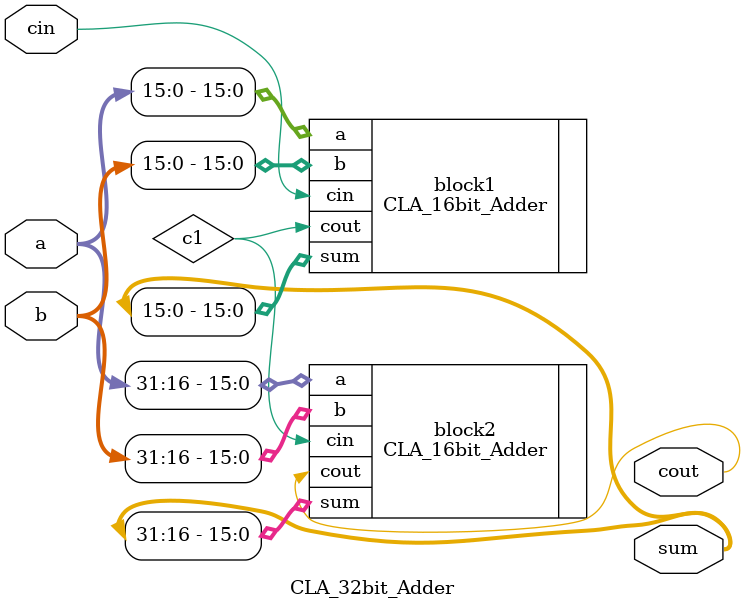
<source format=v>


module CLA_32bit_Adder(a,b, cin, sum,cout);
input [31:0] a,b;
input cin;
output [31:0] sum;
output cout;

//internal design connection.
wire c1;

//Instantiatoin from 16bit CLA Adder.
CLA_16bit_Adder block1 (.a(a[15:0]), .b(b[15:0]), .cin(cin), .sum(sum[15:0]), .cout(c1));
CLA_16bit_Adder block2 (.a(a[31:16]), .b(b[31:16]), .cin(c1), .sum(sum[31:16]), .cout(cout));
 
endmodule

</source>
